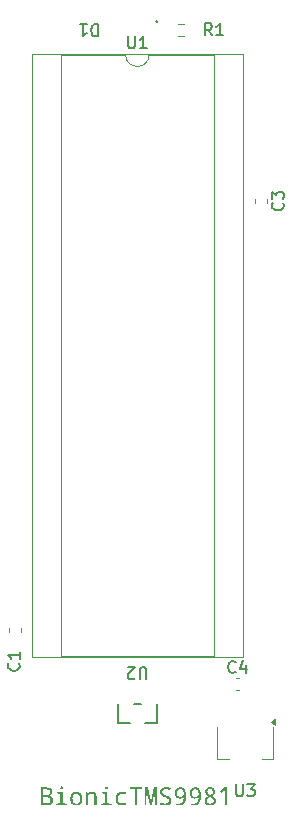
<source format=gbr>
G04 #@! TF.GenerationSoftware,KiCad,Pcbnew,8.0.4+dfsg-1*
G04 #@! TF.CreationDate,2025-02-22T20:19:49+09:00*
G04 #@! TF.ProjectId,bionic-tms9981-ldo,62696f6e-6963-42d7-946d-73393938312d,2*
G04 #@! TF.SameCoordinates,Original*
G04 #@! TF.FileFunction,Legend,Top*
G04 #@! TF.FilePolarity,Positive*
%FSLAX46Y46*%
G04 Gerber Fmt 4.6, Leading zero omitted, Abs format (unit mm)*
G04 Created by KiCad (PCBNEW 8.0.4+dfsg-1) date 2025-02-22 20:19:49*
%MOMM*%
%LPD*%
G01*
G04 APERTURE LIST*
%ADD10C,0.150000*%
%ADD11C,0.120000*%
%ADD12C,0.152400*%
G04 APERTURE END LIST*
D10*
G36*
X106058245Y-135799063D02*
G01*
X106135051Y-135805637D01*
X106217229Y-135819311D01*
X106288512Y-135839297D01*
X106357902Y-135870590D01*
X106383101Y-135886631D01*
X106438880Y-135938219D01*
X106478722Y-136003592D01*
X106502627Y-136082750D01*
X106510471Y-136163321D01*
X106510596Y-136175692D01*
X106502689Y-136253373D01*
X106475726Y-136328904D01*
X106429629Y-136394045D01*
X106373444Y-136441622D01*
X106306096Y-136475819D01*
X106227585Y-136496634D01*
X106210543Y-136499192D01*
X106210543Y-136509450D01*
X106290743Y-136527127D01*
X106360249Y-136552315D01*
X106432094Y-136594361D01*
X106487231Y-136648142D01*
X106525660Y-136713658D01*
X106547381Y-136790909D01*
X106552727Y-136861160D01*
X106548104Y-136934481D01*
X106531021Y-137012274D01*
X106501351Y-137081722D01*
X106459093Y-137142826D01*
X106421203Y-137181362D01*
X106359245Y-137226615D01*
X106288137Y-137260753D01*
X106207877Y-137283776D01*
X106131799Y-137294664D01*
X106063265Y-137297500D01*
X105520313Y-137297500D01*
X105520313Y-137133735D01*
X105713021Y-137133735D01*
X106029193Y-137133735D01*
X106104326Y-137129355D01*
X106184155Y-137111565D01*
X106259289Y-137072152D01*
X106311882Y-137013033D01*
X106341935Y-136934207D01*
X106349762Y-136853466D01*
X106341613Y-136778635D01*
X106310323Y-136705580D01*
X106255566Y-136650788D01*
X106177342Y-136614261D01*
X106094228Y-136597772D01*
X106016004Y-136593714D01*
X105713021Y-136593714D01*
X105713021Y-137133735D01*
X105520313Y-137133735D01*
X105520313Y-136429949D01*
X105713021Y-136429949D01*
X106005379Y-136429949D01*
X106080347Y-136426446D01*
X106158728Y-136412213D01*
X106230307Y-136380683D01*
X106239852Y-136373895D01*
X106287531Y-136316259D01*
X106309968Y-136241589D01*
X106313492Y-136188515D01*
X106304184Y-136112822D01*
X106269184Y-136044465D01*
X106234723Y-136013759D01*
X106162664Y-135981387D01*
X106082779Y-135965824D01*
X106005889Y-135960844D01*
X105984863Y-135960636D01*
X105713021Y-135960636D01*
X105713021Y-136429949D01*
X105520313Y-136429949D01*
X105520313Y-135796871D01*
X105973872Y-135796871D01*
X106058245Y-135799063D01*
G37*
G36*
X107293516Y-135703082D02*
G01*
X107368148Y-135725452D01*
X107400987Y-135792561D01*
X107402693Y-135819952D01*
X107384351Y-135892080D01*
X107370086Y-135908613D01*
X107301722Y-135937301D01*
X107293516Y-135937555D01*
X107222117Y-135918146D01*
X107185933Y-135853832D01*
X107183240Y-135819952D01*
X107201440Y-135744284D01*
X107267670Y-135704908D01*
X107293516Y-135703082D01*
G37*
G36*
X107198994Y-136319307D02*
G01*
X106921656Y-136297691D01*
X106921656Y-136172028D01*
X107386206Y-136172028D01*
X107386206Y-137150221D01*
X107748907Y-137170737D01*
X107748907Y-137297500D01*
X106844353Y-137297500D01*
X106844353Y-137170737D01*
X107198994Y-137150221D01*
X107198994Y-136319307D01*
G37*
G36*
X108617949Y-136154197D02*
G01*
X108693589Y-136171044D01*
X108763510Y-136199122D01*
X108827712Y-136238432D01*
X108886196Y-136288973D01*
X108904420Y-136308316D01*
X108953102Y-136371900D01*
X108991712Y-136442852D01*
X109020249Y-136521171D01*
X109038715Y-136606857D01*
X109046409Y-136683890D01*
X109047668Y-136732566D01*
X109044216Y-136815148D01*
X109033858Y-136892077D01*
X109016595Y-136963354D01*
X108986765Y-137041424D01*
X108946992Y-137111354D01*
X108906252Y-137163410D01*
X108850060Y-137216948D01*
X108787275Y-137259409D01*
X108717894Y-137290793D01*
X108641920Y-137311101D01*
X108559350Y-137320331D01*
X108530362Y-137320947D01*
X108449600Y-137315318D01*
X108374376Y-137298433D01*
X108304691Y-137270290D01*
X108240545Y-137230890D01*
X108181936Y-137180233D01*
X108163631Y-137160846D01*
X108114825Y-137096896D01*
X108076116Y-137025400D01*
X108047505Y-136946355D01*
X108031376Y-136874719D01*
X108022260Y-136797842D01*
X108020016Y-136732566D01*
X108213823Y-136732566D01*
X108216641Y-136809890D01*
X108229163Y-136901157D01*
X108251703Y-136978904D01*
X108293965Y-137057073D01*
X108351880Y-137114115D01*
X108425448Y-137150031D01*
X108514669Y-137164819D01*
X108534392Y-137165242D01*
X108609267Y-137158481D01*
X108688823Y-137131017D01*
X108752779Y-137082425D01*
X108801136Y-137012707D01*
X108828591Y-136941721D01*
X108846062Y-136857214D01*
X108853549Y-136759186D01*
X108853861Y-136732566D01*
X108851034Y-136656028D01*
X108838469Y-136565687D01*
X108815852Y-136488731D01*
X108773444Y-136411356D01*
X108715331Y-136354893D01*
X108641510Y-136319343D01*
X108551984Y-136304704D01*
X108532194Y-136304286D01*
X108457575Y-136310978D01*
X108378294Y-136338164D01*
X108314557Y-136386261D01*
X108266367Y-136455271D01*
X108239007Y-136525536D01*
X108221596Y-136609184D01*
X108214134Y-136706217D01*
X108213823Y-136732566D01*
X108020016Y-136732566D01*
X108023424Y-136650749D01*
X108033648Y-136574514D01*
X108054913Y-136490399D01*
X108085992Y-136414321D01*
X108126886Y-136346280D01*
X108159601Y-136305385D01*
X108215384Y-136252096D01*
X108278046Y-136209833D01*
X108347585Y-136178594D01*
X108424002Y-136158381D01*
X108507297Y-136149194D01*
X108536590Y-136148581D01*
X108617949Y-136154197D01*
G37*
G36*
X110076053Y-137297500D02*
G01*
X110076053Y-136571366D01*
X110070069Y-136494424D01*
X110047091Y-136419308D01*
X109998502Y-136355407D01*
X109926457Y-136317066D01*
X109846034Y-136304547D01*
X109830955Y-136304286D01*
X109756766Y-136310674D01*
X109677941Y-136336628D01*
X109614571Y-136382545D01*
X109566657Y-136448426D01*
X109534200Y-136534271D01*
X109519362Y-136617321D01*
X109514416Y-136713148D01*
X109514416Y-137297500D01*
X109326838Y-137297500D01*
X109326838Y-136172028D01*
X109478146Y-136172028D01*
X109505990Y-136321871D01*
X109516248Y-136321871D01*
X109560804Y-136262980D01*
X109624703Y-136209673D01*
X109701434Y-136172950D01*
X109777417Y-136154673D01*
X109862829Y-136148581D01*
X109956767Y-136155021D01*
X110038180Y-136174341D01*
X110107068Y-136206541D01*
X110175564Y-136264904D01*
X110216271Y-136326084D01*
X110244452Y-136400144D01*
X110260108Y-136487083D01*
X110263631Y-136560741D01*
X110263631Y-137297500D01*
X110076053Y-137297500D01*
G37*
G36*
X111074395Y-135703082D02*
G01*
X111149028Y-135725452D01*
X111181866Y-135792561D01*
X111183572Y-135819952D01*
X111165231Y-135892080D01*
X111150965Y-135908613D01*
X111082601Y-135937301D01*
X111074395Y-135937555D01*
X111002996Y-135918146D01*
X110966812Y-135853832D01*
X110964120Y-135819952D01*
X110982319Y-135744284D01*
X111048549Y-135704908D01*
X111074395Y-135703082D01*
G37*
G36*
X110979873Y-136319307D02*
G01*
X110702536Y-136297691D01*
X110702536Y-136172028D01*
X111167085Y-136172028D01*
X111167085Y-137150221D01*
X111529786Y-137170737D01*
X111529786Y-137297500D01*
X110625233Y-137297500D01*
X110625233Y-137170737D01*
X110979873Y-137150221D01*
X110979873Y-136319307D01*
G37*
G36*
X112775791Y-136209398D02*
G01*
X112712044Y-136372063D01*
X112636801Y-136345937D01*
X112565681Y-136327275D01*
X112490597Y-136315204D01*
X112435805Y-136312346D01*
X112346246Y-136319004D01*
X112268628Y-136338976D01*
X112202952Y-136372264D01*
X112137648Y-136432598D01*
X112098840Y-136495844D01*
X112071972Y-136572406D01*
X112057045Y-136662282D01*
X112053687Y-136738428D01*
X112056955Y-136813264D01*
X112071481Y-136901595D01*
X112097627Y-136976840D01*
X112146652Y-137052493D01*
X112213834Y-137107700D01*
X112299172Y-137142460D01*
X112380517Y-137155546D01*
X112425547Y-137157182D01*
X112506948Y-137153198D01*
X112589220Y-137141245D01*
X112661921Y-137124250D01*
X112735289Y-137101154D01*
X112756374Y-137093435D01*
X112756374Y-137258299D01*
X112683398Y-137285707D01*
X112602592Y-137305285D01*
X112525463Y-137315991D01*
X112442338Y-137320702D01*
X112417487Y-137320947D01*
X112337600Y-137317289D01*
X112263492Y-137306314D01*
X112182189Y-137283486D01*
X112109207Y-137250123D01*
X112044545Y-137206223D01*
X112006060Y-137171104D01*
X111956381Y-137110327D01*
X111916982Y-137040380D01*
X111887860Y-136961263D01*
X111871443Y-136888326D01*
X111862164Y-136809021D01*
X111859880Y-136740992D01*
X111863530Y-136653918D01*
X111874478Y-136573588D01*
X111892724Y-136500002D01*
X111924254Y-136420601D01*
X111966295Y-136350912D01*
X112009357Y-136300256D01*
X112069674Y-136248710D01*
X112138517Y-136207829D01*
X112215888Y-136177613D01*
X112301784Y-136158061D01*
X112379878Y-136149914D01*
X112429577Y-136148581D01*
X112508880Y-136151491D01*
X112586185Y-136160222D01*
X112661491Y-136174773D01*
X112734798Y-136195144D01*
X112775791Y-136209398D01*
G37*
G36*
X113671185Y-137297500D02*
G01*
X113478844Y-137297500D01*
X113478844Y-135965765D01*
X113048000Y-135965765D01*
X113048000Y-135796871D01*
X114100931Y-135796871D01*
X114100931Y-135965765D01*
X113671185Y-135965765D01*
X113671185Y-137297500D01*
G37*
G36*
X114751227Y-137297500D02*
G01*
X114465097Y-135984450D01*
X114456670Y-135978588D01*
X114462053Y-136061059D01*
X114466523Y-136137198D01*
X114470684Y-136220205D01*
X114473530Y-136294094D01*
X114475191Y-136368771D01*
X114475355Y-136396976D01*
X114475355Y-137297500D01*
X114319650Y-137297500D01*
X114319650Y-135796871D01*
X114574273Y-135796871D01*
X114829629Y-137019429D01*
X114835857Y-137019429D01*
X115093411Y-135796871D01*
X115353164Y-135796871D01*
X115353164Y-137297500D01*
X115195261Y-137297500D01*
X115195261Y-136383787D01*
X115196420Y-136309399D01*
X115198924Y-136230464D01*
X115202187Y-136148126D01*
X115205693Y-136069161D01*
X115209915Y-135980786D01*
X115201855Y-135980786D01*
X114910229Y-137297500D01*
X114751227Y-137297500D01*
G37*
G36*
X115608886Y-137250605D02*
G01*
X115608886Y-137068888D01*
X115690073Y-137098894D01*
X115770693Y-137122692D01*
X115850746Y-137140282D01*
X115930233Y-137151664D01*
X116009153Y-137156837D01*
X116035334Y-137157182D01*
X116119827Y-137153289D01*
X116193054Y-137141612D01*
X116268745Y-137116066D01*
X116336339Y-137069355D01*
X116378586Y-137005127D01*
X116395484Y-136923381D01*
X116395836Y-136908054D01*
X116385635Y-136834776D01*
X116347948Y-136766865D01*
X116323296Y-136743557D01*
X116255805Y-136701250D01*
X116184588Y-136667326D01*
X116106982Y-136635465D01*
X116029106Y-136606536D01*
X115952985Y-136577217D01*
X115885365Y-136545863D01*
X115817219Y-136506711D01*
X115753506Y-136458574D01*
X115721360Y-136426652D01*
X115676376Y-136362992D01*
X115646115Y-136289480D01*
X115631575Y-136215863D01*
X115628303Y-136155542D01*
X115634632Y-136080880D01*
X115657364Y-136004653D01*
X115696628Y-135938135D01*
X115752424Y-135881326D01*
X115760561Y-135874907D01*
X115823282Y-135835364D01*
X115895400Y-135805534D01*
X115976914Y-135785416D01*
X116054263Y-135775902D01*
X116123994Y-135773424D01*
X116210951Y-135776245D01*
X116294869Y-135784707D01*
X116375746Y-135798811D01*
X116453584Y-135818556D01*
X116528383Y-135843942D01*
X116552640Y-135853658D01*
X116486695Y-136022918D01*
X116413034Y-135995527D01*
X116341254Y-135973802D01*
X116259887Y-135955620D01*
X116181080Y-135945152D01*
X116115568Y-135942318D01*
X116028599Y-135947568D01*
X115956371Y-135963320D01*
X115889155Y-135996082D01*
X115837563Y-136053416D01*
X115814863Y-136131332D01*
X115813683Y-136157374D01*
X115823163Y-136230412D01*
X115858185Y-136300907D01*
X115881095Y-136326268D01*
X115944453Y-136371220D01*
X116011904Y-136405326D01*
X116085687Y-136436146D01*
X116159898Y-136463288D01*
X116235010Y-136491710D01*
X116314282Y-136526194D01*
X116381704Y-136561090D01*
X116445387Y-136602323D01*
X116498418Y-136650134D01*
X116543241Y-136715722D01*
X116571462Y-136792043D01*
X116582668Y-136869909D01*
X116583415Y-136897796D01*
X116576578Y-136980140D01*
X116556066Y-137054384D01*
X116521881Y-137120529D01*
X116474021Y-137178574D01*
X116440533Y-137208107D01*
X116372432Y-137252075D01*
X116304906Y-137281166D01*
X116228932Y-137302324D01*
X116144508Y-137315547D01*
X116067700Y-137320506D01*
X116035334Y-137320947D01*
X115952956Y-137319229D01*
X115876409Y-137314077D01*
X115792251Y-137303361D01*
X115716491Y-137287699D01*
X115638718Y-137263176D01*
X115608886Y-137250605D01*
G37*
G36*
X117421552Y-135779619D02*
G01*
X117496526Y-135798205D01*
X117564880Y-135829182D01*
X117626614Y-135872549D01*
X117681728Y-135928306D01*
X117698628Y-135949645D01*
X117743699Y-136020382D01*
X117779445Y-136100702D01*
X117802111Y-136174955D01*
X117818300Y-136255863D01*
X117828014Y-136343425D01*
X117831122Y-136418267D01*
X117831252Y-136437643D01*
X117828681Y-136544605D01*
X117820970Y-136644667D01*
X117808119Y-136737828D01*
X117790127Y-136824088D01*
X117766995Y-136903448D01*
X117738722Y-136975906D01*
X117705308Y-137041464D01*
X117645549Y-137126861D01*
X117574224Y-137196732D01*
X117491333Y-137251076D01*
X117396875Y-137289893D01*
X117290851Y-137313183D01*
X117213743Y-137320084D01*
X117173261Y-137320947D01*
X117097493Y-137318319D01*
X117023161Y-137308612D01*
X116995941Y-137302262D01*
X116995941Y-137141795D01*
X117067838Y-137164673D01*
X117142000Y-137173170D01*
X117167033Y-137173668D01*
X117249418Y-137168491D01*
X117323740Y-137152957D01*
X117400258Y-137121747D01*
X117465802Y-137076442D01*
X117513247Y-137026390D01*
X117558991Y-136953716D01*
X117590135Y-136878308D01*
X117610401Y-136806219D01*
X117625498Y-136725723D01*
X117635424Y-136636819D01*
X117639643Y-136559642D01*
X117627187Y-136559642D01*
X117578195Y-136627878D01*
X117517772Y-136679354D01*
X117445920Y-136714071D01*
X117362637Y-136732028D01*
X117309915Y-136734764D01*
X117226662Y-136728961D01*
X117151614Y-136711553D01*
X117075891Y-136677447D01*
X117010885Y-136628182D01*
X116996307Y-136613497D01*
X116946459Y-136547094D01*
X116914525Y-136479524D01*
X116893495Y-136403118D01*
X116883369Y-136317877D01*
X116882387Y-136279373D01*
X117063718Y-136279373D01*
X117069283Y-136357416D01*
X117088517Y-136431419D01*
X117125542Y-136497367D01*
X117134060Y-136507618D01*
X117195592Y-136556287D01*
X117266932Y-136581168D01*
X117335927Y-136587486D01*
X117413558Y-136579328D01*
X117482959Y-136554856D01*
X117544132Y-136514070D01*
X117555379Y-136503954D01*
X117605857Y-136443973D01*
X117637026Y-136372712D01*
X117644039Y-136315277D01*
X117638887Y-136240378D01*
X117620775Y-136162303D01*
X117589621Y-136090777D01*
X117561607Y-136046732D01*
X117510921Y-135991831D01*
X117444475Y-135951903D01*
X117367367Y-135934157D01*
X117342155Y-135933159D01*
X117265448Y-135941853D01*
X117194293Y-135971499D01*
X117136991Y-136022185D01*
X117098351Y-136085555D01*
X117075811Y-136155803D01*
X117065507Y-136228755D01*
X117063718Y-136279373D01*
X116882387Y-136279373D01*
X116882368Y-136278640D01*
X116886734Y-136194315D01*
X116899833Y-136116919D01*
X116921665Y-136046453D01*
X116958172Y-135973000D01*
X117006566Y-135908979D01*
X117064969Y-135856160D01*
X117131507Y-135816315D01*
X117206180Y-135789442D01*
X117288987Y-135775542D01*
X117339957Y-135773424D01*
X117421552Y-135779619D01*
G37*
G36*
X118681845Y-135779619D02*
G01*
X118756819Y-135798205D01*
X118825173Y-135829182D01*
X118886907Y-135872549D01*
X118942021Y-135928306D01*
X118958921Y-135949645D01*
X119003992Y-136020382D01*
X119039738Y-136100702D01*
X119062404Y-136174955D01*
X119078593Y-136255863D01*
X119088307Y-136343425D01*
X119091415Y-136418267D01*
X119091545Y-136437643D01*
X119088974Y-136544605D01*
X119081264Y-136644667D01*
X119068412Y-136737828D01*
X119050420Y-136824088D01*
X119027288Y-136903448D01*
X118999015Y-136975906D01*
X118965601Y-137041464D01*
X118905842Y-137126861D01*
X118834517Y-137196732D01*
X118751626Y-137251076D01*
X118657168Y-137289893D01*
X118551144Y-137313183D01*
X118474036Y-137320084D01*
X118433554Y-137320947D01*
X118357786Y-137318319D01*
X118283454Y-137308612D01*
X118256234Y-137302262D01*
X118256234Y-137141795D01*
X118328131Y-137164673D01*
X118402293Y-137173170D01*
X118427326Y-137173668D01*
X118509711Y-137168491D01*
X118584033Y-137152957D01*
X118660551Y-137121747D01*
X118726095Y-137076442D01*
X118773540Y-137026390D01*
X118819284Y-136953716D01*
X118850428Y-136878308D01*
X118870694Y-136806219D01*
X118885791Y-136725723D01*
X118895717Y-136636819D01*
X118899936Y-136559642D01*
X118887480Y-136559642D01*
X118838488Y-136627878D01*
X118778066Y-136679354D01*
X118706213Y-136714071D01*
X118622930Y-136732028D01*
X118570208Y-136734764D01*
X118486956Y-136728961D01*
X118411907Y-136711553D01*
X118336184Y-136677447D01*
X118271178Y-136628182D01*
X118256600Y-136613497D01*
X118206752Y-136547094D01*
X118174818Y-136479524D01*
X118153788Y-136403118D01*
X118143663Y-136317877D01*
X118142680Y-136279373D01*
X118324011Y-136279373D01*
X118329576Y-136357416D01*
X118348810Y-136431419D01*
X118385835Y-136497367D01*
X118394353Y-136507618D01*
X118455885Y-136556287D01*
X118527225Y-136581168D01*
X118596220Y-136587486D01*
X118673851Y-136579328D01*
X118743252Y-136554856D01*
X118804425Y-136514070D01*
X118815672Y-136503954D01*
X118866150Y-136443973D01*
X118897319Y-136372712D01*
X118904332Y-136315277D01*
X118899180Y-136240378D01*
X118881068Y-136162303D01*
X118849914Y-136090777D01*
X118821901Y-136046732D01*
X118771215Y-135991831D01*
X118704768Y-135951903D01*
X118627660Y-135934157D01*
X118602448Y-135933159D01*
X118525741Y-135941853D01*
X118454586Y-135971499D01*
X118397284Y-136022185D01*
X118358644Y-136085555D01*
X118336104Y-136155803D01*
X118325800Y-136228755D01*
X118324011Y-136279373D01*
X118142680Y-136279373D01*
X118142661Y-136278640D01*
X118147027Y-136194315D01*
X118160126Y-136116919D01*
X118181958Y-136046453D01*
X118218465Y-135973000D01*
X118266859Y-135908979D01*
X118325262Y-135856160D01*
X118391800Y-135816315D01*
X118466473Y-135789442D01*
X118549280Y-135775542D01*
X118600250Y-135773424D01*
X118681845Y-135779619D01*
G37*
G36*
X119956586Y-135778087D02*
G01*
X120029200Y-135792077D01*
X120103686Y-135819486D01*
X120169105Y-135859076D01*
X120184043Y-135870877D01*
X120235494Y-135923885D01*
X120275805Y-135993756D01*
X120296018Y-136064962D01*
X120301646Y-136134293D01*
X120292153Y-136219000D01*
X120263676Y-136296443D01*
X120216213Y-136366622D01*
X120162158Y-136419555D01*
X120094919Y-136467444D01*
X120031635Y-136502123D01*
X120106253Y-136544518D01*
X120170922Y-136589272D01*
X120237768Y-136648530D01*
X120289068Y-136711474D01*
X120324822Y-136778103D01*
X120347208Y-136862922D01*
X120350006Y-136907322D01*
X120343782Y-136985560D01*
X120325112Y-137056787D01*
X120288533Y-137129602D01*
X120235696Y-137193257D01*
X120219947Y-137207740D01*
X120159209Y-137251851D01*
X120090477Y-137285128D01*
X120013751Y-137307570D01*
X119929030Y-137319178D01*
X119877030Y-137320947D01*
X119797062Y-137317199D01*
X119723947Y-137305955D01*
X119647306Y-137283362D01*
X119579991Y-137250566D01*
X119529716Y-137214335D01*
X119475220Y-137155556D01*
X119436293Y-137086199D01*
X119412938Y-137006263D01*
X119405274Y-136927641D01*
X119405152Y-136915748D01*
X119405217Y-136915015D01*
X119588335Y-136915015D01*
X119598329Y-136998684D01*
X119635255Y-137074418D01*
X119699389Y-137126591D01*
X119776016Y-137152557D01*
X119855142Y-137160972D01*
X119872633Y-137161212D01*
X119946519Y-137155909D01*
X120023129Y-137135023D01*
X120089521Y-137094167D01*
X120136404Y-137036242D01*
X120161649Y-136963581D01*
X120166457Y-136906955D01*
X120154045Y-136830239D01*
X120116809Y-136761657D01*
X120101611Y-136743557D01*
X120046293Y-136693922D01*
X119985061Y-136652538D01*
X119918566Y-136615169D01*
X119881060Y-136596278D01*
X119850285Y-136581990D01*
X119774821Y-136622868D01*
X119712147Y-136667878D01*
X119653822Y-136727345D01*
X119613916Y-136792763D01*
X119592428Y-136864131D01*
X119588335Y-136915015D01*
X119405217Y-136915015D01*
X119412245Y-136836014D01*
X119433524Y-136762362D01*
X119468989Y-136694792D01*
X119518639Y-136633304D01*
X119582476Y-136577899D01*
X119660498Y-136528575D01*
X119695679Y-136510549D01*
X119625914Y-136461800D01*
X119567974Y-136409205D01*
X119514054Y-136341014D01*
X119477162Y-136267285D01*
X119457296Y-136188017D01*
X119454281Y-136143452D01*
X119637061Y-136143452D01*
X119646808Y-136218265D01*
X119678885Y-136286593D01*
X119687986Y-136298790D01*
X119744115Y-136350409D01*
X119807370Y-136390279D01*
X119879228Y-136426285D01*
X119948043Y-136391753D01*
X120015225Y-136345591D01*
X120072376Y-136285224D01*
X120106667Y-136217844D01*
X120118097Y-136143452D01*
X120107395Y-136068146D01*
X120068449Y-136001240D01*
X120053251Y-135987015D01*
X119987184Y-135950199D01*
X119909133Y-135934474D01*
X119874831Y-135933159D01*
X119799234Y-135940732D01*
X119726926Y-135968712D01*
X119701175Y-135987015D01*
X119655156Y-136048211D01*
X119637625Y-136124646D01*
X119637061Y-136143452D01*
X119454281Y-136143452D01*
X119453513Y-136132095D01*
X119461000Y-136053922D01*
X119487324Y-135976159D01*
X119532600Y-135909176D01*
X119573314Y-135870511D01*
X119637359Y-135828035D01*
X119709326Y-135797696D01*
X119789217Y-135779492D01*
X119865620Y-135773519D01*
X119877030Y-135773424D01*
X119956586Y-135778087D01*
G37*
G36*
X121285700Y-137297500D02*
G01*
X121104350Y-137297500D01*
X121104350Y-136364370D01*
X121104987Y-136284826D01*
X121106365Y-136209856D01*
X121108160Y-136136470D01*
X121110521Y-136054660D01*
X121112410Y-135995441D01*
X121057366Y-136051671D01*
X120998250Y-136105415D01*
X120987846Y-136114509D01*
X120836538Y-136242370D01*
X120736520Y-136112677D01*
X121131095Y-135796871D01*
X121285700Y-135796871D01*
X121285700Y-137297500D01*
G37*
X122056695Y-135545619D02*
X122056695Y-136355142D01*
X122056695Y-136355142D02*
X122104314Y-136450380D01*
X122104314Y-136450380D02*
X122151933Y-136498000D01*
X122151933Y-136498000D02*
X122247171Y-136545619D01*
X122247171Y-136545619D02*
X122437647Y-136545619D01*
X122437647Y-136545619D02*
X122532885Y-136498000D01*
X122532885Y-136498000D02*
X122580504Y-136450380D01*
X122580504Y-136450380D02*
X122628123Y-136355142D01*
X122628123Y-136355142D02*
X122628123Y-135545619D01*
X123009076Y-135545619D02*
X123628123Y-135545619D01*
X123628123Y-135545619D02*
X123294790Y-135926571D01*
X123294790Y-135926571D02*
X123437647Y-135926571D01*
X123437647Y-135926571D02*
X123532885Y-135974190D01*
X123532885Y-135974190D02*
X123580504Y-136021809D01*
X123580504Y-136021809D02*
X123628123Y-136117047D01*
X123628123Y-136117047D02*
X123628123Y-136355142D01*
X123628123Y-136355142D02*
X123580504Y-136450380D01*
X123580504Y-136450380D02*
X123532885Y-136498000D01*
X123532885Y-136498000D02*
X123437647Y-136545619D01*
X123437647Y-136545619D02*
X123151933Y-136545619D01*
X123151933Y-136545619D02*
X123056695Y-136498000D01*
X123056695Y-136498000D02*
X123009076Y-136450380D01*
X114477103Y-126627580D02*
X114477103Y-125818057D01*
X114477103Y-125818057D02*
X114429484Y-125722819D01*
X114429484Y-125722819D02*
X114381865Y-125675200D01*
X114381865Y-125675200D02*
X114286627Y-125627580D01*
X114286627Y-125627580D02*
X114096151Y-125627580D01*
X114096151Y-125627580D02*
X114000913Y-125675200D01*
X114000913Y-125675200D02*
X113953294Y-125722819D01*
X113953294Y-125722819D02*
X113905675Y-125818057D01*
X113905675Y-125818057D02*
X113905675Y-126627580D01*
X113477103Y-126532342D02*
X113429484Y-126579961D01*
X113429484Y-126579961D02*
X113334246Y-126627580D01*
X113334246Y-126627580D02*
X113096151Y-126627580D01*
X113096151Y-126627580D02*
X113000913Y-126579961D01*
X113000913Y-126579961D02*
X112953294Y-126532342D01*
X112953294Y-126532342D02*
X112905675Y-126437104D01*
X112905675Y-126437104D02*
X112905675Y-126341866D01*
X112905675Y-126341866D02*
X112953294Y-126199009D01*
X112953294Y-126199009D02*
X113524722Y-125627580D01*
X113524722Y-125627580D02*
X112905675Y-125627580D01*
X112938095Y-72204819D02*
X112938095Y-73014342D01*
X112938095Y-73014342D02*
X112985714Y-73109580D01*
X112985714Y-73109580D02*
X113033333Y-73157200D01*
X113033333Y-73157200D02*
X113128571Y-73204819D01*
X113128571Y-73204819D02*
X113319047Y-73204819D01*
X113319047Y-73204819D02*
X113414285Y-73157200D01*
X113414285Y-73157200D02*
X113461904Y-73109580D01*
X113461904Y-73109580D02*
X113509523Y-73014342D01*
X113509523Y-73014342D02*
X113509523Y-72204819D01*
X114509523Y-73204819D02*
X113938095Y-73204819D01*
X114223809Y-73204819D02*
X114223809Y-72204819D01*
X114223809Y-72204819D02*
X114128571Y-72347676D01*
X114128571Y-72347676D02*
X114033333Y-72442914D01*
X114033333Y-72442914D02*
X113938095Y-72490533D01*
X110374094Y-71196180D02*
X110374094Y-72196180D01*
X110374094Y-72196180D02*
X110135999Y-72196180D01*
X110135999Y-72196180D02*
X109993142Y-72148561D01*
X109993142Y-72148561D02*
X109897904Y-72053323D01*
X109897904Y-72053323D02*
X109850285Y-71958085D01*
X109850285Y-71958085D02*
X109802666Y-71767609D01*
X109802666Y-71767609D02*
X109802666Y-71624752D01*
X109802666Y-71624752D02*
X109850285Y-71434276D01*
X109850285Y-71434276D02*
X109897904Y-71339038D01*
X109897904Y-71339038D02*
X109993142Y-71243800D01*
X109993142Y-71243800D02*
X110135999Y-71196180D01*
X110135999Y-71196180D02*
X110374094Y-71196180D01*
X108850285Y-71196180D02*
X109421713Y-71196180D01*
X109135999Y-71196180D02*
X109135999Y-72196180D01*
X109135999Y-72196180D02*
X109231237Y-72053323D01*
X109231237Y-72053323D02*
X109326475Y-71958085D01*
X109326475Y-71958085D02*
X109421713Y-71910466D01*
X120010333Y-72105819D02*
X119677000Y-71629628D01*
X119438905Y-72105819D02*
X119438905Y-71105819D01*
X119438905Y-71105819D02*
X119819857Y-71105819D01*
X119819857Y-71105819D02*
X119915095Y-71153438D01*
X119915095Y-71153438D02*
X119962714Y-71201057D01*
X119962714Y-71201057D02*
X120010333Y-71296295D01*
X120010333Y-71296295D02*
X120010333Y-71439152D01*
X120010333Y-71439152D02*
X119962714Y-71534390D01*
X119962714Y-71534390D02*
X119915095Y-71582009D01*
X119915095Y-71582009D02*
X119819857Y-71629628D01*
X119819857Y-71629628D02*
X119438905Y-71629628D01*
X120962714Y-72105819D02*
X120391286Y-72105819D01*
X120677000Y-72105819D02*
X120677000Y-71105819D01*
X120677000Y-71105819D02*
X120581762Y-71248676D01*
X120581762Y-71248676D02*
X120486524Y-71343914D01*
X120486524Y-71343914D02*
X120391286Y-71391533D01*
X122018333Y-125992080D02*
X121970714Y-126039700D01*
X121970714Y-126039700D02*
X121827857Y-126087319D01*
X121827857Y-126087319D02*
X121732619Y-126087319D01*
X121732619Y-126087319D02*
X121589762Y-126039700D01*
X121589762Y-126039700D02*
X121494524Y-125944461D01*
X121494524Y-125944461D02*
X121446905Y-125849223D01*
X121446905Y-125849223D02*
X121399286Y-125658747D01*
X121399286Y-125658747D02*
X121399286Y-125515890D01*
X121399286Y-125515890D02*
X121446905Y-125325414D01*
X121446905Y-125325414D02*
X121494524Y-125230176D01*
X121494524Y-125230176D02*
X121589762Y-125134938D01*
X121589762Y-125134938D02*
X121732619Y-125087319D01*
X121732619Y-125087319D02*
X121827857Y-125087319D01*
X121827857Y-125087319D02*
X121970714Y-125134938D01*
X121970714Y-125134938D02*
X122018333Y-125182557D01*
X122875476Y-125420652D02*
X122875476Y-126087319D01*
X122637381Y-125039700D02*
X122399286Y-125753985D01*
X122399286Y-125753985D02*
X123018333Y-125753985D01*
X103645580Y-125284666D02*
X103693200Y-125332285D01*
X103693200Y-125332285D02*
X103740819Y-125475142D01*
X103740819Y-125475142D02*
X103740819Y-125570380D01*
X103740819Y-125570380D02*
X103693200Y-125713237D01*
X103693200Y-125713237D02*
X103597961Y-125808475D01*
X103597961Y-125808475D02*
X103502723Y-125856094D01*
X103502723Y-125856094D02*
X103312247Y-125903713D01*
X103312247Y-125903713D02*
X103169390Y-125903713D01*
X103169390Y-125903713D02*
X102978914Y-125856094D01*
X102978914Y-125856094D02*
X102883676Y-125808475D01*
X102883676Y-125808475D02*
X102788438Y-125713237D01*
X102788438Y-125713237D02*
X102740819Y-125570380D01*
X102740819Y-125570380D02*
X102740819Y-125475142D01*
X102740819Y-125475142D02*
X102788438Y-125332285D01*
X102788438Y-125332285D02*
X102836057Y-125284666D01*
X103740819Y-124332285D02*
X103740819Y-124903713D01*
X103740819Y-124617999D02*
X102740819Y-124617999D01*
X102740819Y-124617999D02*
X102883676Y-124713237D01*
X102883676Y-124713237D02*
X102978914Y-124808475D01*
X102978914Y-124808475D02*
X103026533Y-124903713D01*
X126005180Y-86295666D02*
X126052800Y-86343285D01*
X126052800Y-86343285D02*
X126100419Y-86486142D01*
X126100419Y-86486142D02*
X126100419Y-86581380D01*
X126100419Y-86581380D02*
X126052800Y-86724237D01*
X126052800Y-86724237D02*
X125957561Y-86819475D01*
X125957561Y-86819475D02*
X125862323Y-86867094D01*
X125862323Y-86867094D02*
X125671847Y-86914713D01*
X125671847Y-86914713D02*
X125528990Y-86914713D01*
X125528990Y-86914713D02*
X125338514Y-86867094D01*
X125338514Y-86867094D02*
X125243276Y-86819475D01*
X125243276Y-86819475D02*
X125148038Y-86724237D01*
X125148038Y-86724237D02*
X125100419Y-86581380D01*
X125100419Y-86581380D02*
X125100419Y-86486142D01*
X125100419Y-86486142D02*
X125148038Y-86343285D01*
X125148038Y-86343285D02*
X125195657Y-86295666D01*
X125100419Y-85962332D02*
X125100419Y-85343285D01*
X125100419Y-85343285D02*
X125481371Y-85676618D01*
X125481371Y-85676618D02*
X125481371Y-85533761D01*
X125481371Y-85533761D02*
X125528990Y-85438523D01*
X125528990Y-85438523D02*
X125576609Y-85390904D01*
X125576609Y-85390904D02*
X125671847Y-85343285D01*
X125671847Y-85343285D02*
X125909942Y-85343285D01*
X125909942Y-85343285D02*
X126005180Y-85390904D01*
X126005180Y-85390904D02*
X126052800Y-85438523D01*
X126052800Y-85438523D02*
X126100419Y-85533761D01*
X126100419Y-85533761D02*
X126100419Y-85819475D01*
X126100419Y-85819475D02*
X126052800Y-85914713D01*
X126052800Y-85914713D02*
X126005180Y-85962332D01*
D11*
X125204000Y-130692500D02*
X125204000Y-133412500D01*
X125204000Y-130832500D02*
X125204000Y-133412500D01*
X124224000Y-133412500D02*
X125204000Y-133412500D01*
X121464000Y-133412500D02*
X120484000Y-133412500D01*
X120484000Y-133412500D02*
X120484000Y-130692500D01*
X125384000Y-130522500D02*
X125054000Y-130282500D01*
X125384000Y-130042500D01*
X125384000Y-130522500D01*
G36*
X125384000Y-130522500D02*
G01*
X125054000Y-130282500D01*
X125384000Y-130042500D01*
X125384000Y-130522500D01*
G37*
D12*
X115367199Y-130363800D02*
X115367199Y-128709800D01*
X114378139Y-130363800D02*
X115367199Y-130363800D01*
X114002260Y-128709800D02*
X113428138Y-128709800D01*
X112063199Y-130363800D02*
X113052259Y-130363800D01*
X112063199Y-128709800D02*
X112063199Y-130363800D01*
D11*
X104750000Y-73690000D02*
X104750000Y-124730000D01*
X104750000Y-124730000D02*
X122650000Y-124730000D01*
X107240000Y-73750000D02*
X107240000Y-124670000D01*
X107240000Y-124670000D02*
X120160000Y-124670000D01*
X112700000Y-73750000D02*
X107240000Y-73750000D01*
X120160000Y-73750000D02*
X114700000Y-73750000D01*
X120160000Y-124670000D02*
X120160000Y-73750000D01*
X122650000Y-73690000D02*
X104750000Y-73690000D01*
X122650000Y-124730000D02*
X122650000Y-73690000D01*
X114700000Y-73750000D02*
G75*
G02*
X112700000Y-73750000I-1000000J0D01*
G01*
D12*
X115427200Y-70965200D02*
G75*
G02*
X115274800Y-70965200I-76200J0D01*
G01*
X115274800Y-70965200D02*
G75*
G02*
X115427200Y-70965200I76200J0D01*
G01*
D11*
X117128276Y-71128500D02*
X117637724Y-71128500D01*
X117128276Y-72173500D02*
X117637724Y-72173500D01*
X122038733Y-126552500D02*
X122331267Y-126552500D01*
X122038733Y-127572500D02*
X122331267Y-127572500D01*
X102826800Y-122622667D02*
X102826800Y-122330133D01*
X103846800Y-122622667D02*
X103846800Y-122330133D01*
X123705600Y-85982733D02*
X123705600Y-86275267D01*
X124725600Y-85982733D02*
X124725600Y-86275267D01*
M02*

</source>
